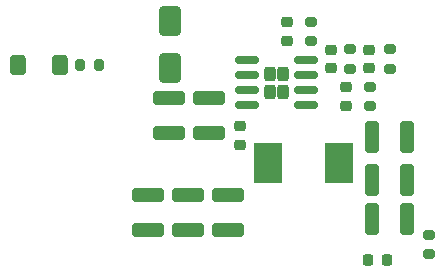
<source format=gbr>
%TF.GenerationSoftware,KiCad,Pcbnew,(7.0.0)*%
%TF.CreationDate,2023-06-19T20:16:09-07:00*%
%TF.ProjectId,main_board,6d61696e-5f62-46f6-9172-642e6b696361,B*%
%TF.SameCoordinates,Original*%
%TF.FileFunction,Paste,Bot*%
%TF.FilePolarity,Positive*%
%FSLAX46Y46*%
G04 Gerber Fmt 4.6, Leading zero omitted, Abs format (unit mm)*
G04 Created by KiCad (PCBNEW (7.0.0)) date 2023-06-19 20:16:09*
%MOMM*%
%LPD*%
G01*
G04 APERTURE LIST*
G04 Aperture macros list*
%AMRoundRect*
0 Rectangle with rounded corners*
0 $1 Rounding radius*
0 $2 $3 $4 $5 $6 $7 $8 $9 X,Y pos of 4 corners*
0 Add a 4 corners polygon primitive as box body*
4,1,4,$2,$3,$4,$5,$6,$7,$8,$9,$2,$3,0*
0 Add four circle primitives for the rounded corners*
1,1,$1+$1,$2,$3*
1,1,$1+$1,$4,$5*
1,1,$1+$1,$6,$7*
1,1,$1+$1,$8,$9*
0 Add four rect primitives between the rounded corners*
20,1,$1+$1,$2,$3,$4,$5,0*
20,1,$1+$1,$4,$5,$6,$7,0*
20,1,$1+$1,$6,$7,$8,$9,0*
20,1,$1+$1,$8,$9,$2,$3,0*%
G04 Aperture macros list end*
%ADD10RoundRect,0.250000X-0.325000X-1.100000X0.325000X-1.100000X0.325000X1.100000X-0.325000X1.100000X0*%
%ADD11RoundRect,0.200000X0.275000X-0.200000X0.275000X0.200000X-0.275000X0.200000X-0.275000X-0.200000X0*%
%ADD12RoundRect,0.250000X-1.100000X0.325000X-1.100000X-0.325000X1.100000X-0.325000X1.100000X0.325000X0*%
%ADD13RoundRect,0.250000X-0.400000X-0.600000X0.400000X-0.600000X0.400000X0.600000X-0.400000X0.600000X0*%
%ADD14R,2.350000X3.500000*%
%ADD15RoundRect,0.250000X1.100000X-0.325000X1.100000X0.325000X-1.100000X0.325000X-1.100000X-0.325000X0*%
%ADD16RoundRect,0.225000X-0.250000X0.225000X-0.250000X-0.225000X0.250000X-0.225000X0.250000X0.225000X0*%
%ADD17RoundRect,0.200000X-0.200000X-0.275000X0.200000X-0.275000X0.200000X0.275000X-0.200000X0.275000X0*%
%ADD18RoundRect,0.218750X0.218750X0.256250X-0.218750X0.256250X-0.218750X-0.256250X0.218750X-0.256250X0*%
%ADD19RoundRect,0.250000X-0.650000X1.000000X-0.650000X-1.000000X0.650000X-1.000000X0.650000X1.000000X0*%
%ADD20RoundRect,0.225000X0.250000X-0.225000X0.250000X0.225000X-0.250000X0.225000X-0.250000X-0.225000X0*%
%ADD21RoundRect,0.240000X-0.240000X-0.385000X0.240000X-0.385000X0.240000X0.385000X-0.240000X0.385000X0*%
%ADD22RoundRect,0.150000X-0.825000X-0.150000X0.825000X-0.150000X0.825000X0.150000X-0.825000X0.150000X0*%
G04 APERTURE END LIST*
D10*
%TO.C,C6*%
X125235106Y-63560091D03*
X128185106Y-63560091D03*
%TD*%
D11*
%TO.C,R2*%
X125010106Y-60985091D03*
X125010106Y-59335091D03*
%TD*%
D12*
%TO.C,C7*%
X111410106Y-60285091D03*
X111410106Y-63235091D03*
%TD*%
D11*
%TO.C,R7*%
X130000000Y-73500000D03*
X130000000Y-71850000D03*
%TD*%
%TO.C,R1*%
X123340000Y-57810091D03*
X123340000Y-56160091D03*
%TD*%
%TO.C,R3*%
X126685106Y-57825000D03*
X126685106Y-56175000D03*
%TD*%
D13*
%TO.C,D1*%
X95250000Y-57500000D03*
X98750000Y-57500000D03*
%TD*%
D14*
%TO.C,L1*%
X116385105Y-65760090D03*
X122435105Y-65760090D03*
%TD*%
D15*
%TO.C,C12*%
X109600000Y-71475000D03*
X109600000Y-68525000D03*
%TD*%
D11*
%TO.C,R4*%
X120039999Y-55475000D03*
X120039999Y-53825000D03*
%TD*%
D10*
%TO.C,C9*%
X125235104Y-67260090D03*
X128185104Y-67260090D03*
%TD*%
D16*
%TO.C,C4*%
X118000000Y-53874999D03*
X118000000Y-55424999D03*
%TD*%
D12*
%TO.C,C1*%
X108010106Y-60285091D03*
X108010106Y-63235091D03*
%TD*%
D17*
%TO.C,R5*%
X100475000Y-57500000D03*
X102125000Y-57500000D03*
%TD*%
D12*
%TO.C,C11*%
X113000000Y-68525000D03*
X113000000Y-71475000D03*
%TD*%
D18*
%TO.C,D3*%
X126459999Y-74000000D03*
X124884999Y-74000000D03*
%TD*%
D19*
%TO.C,D2*%
X108110106Y-53760091D03*
X108110106Y-57760091D03*
%TD*%
D20*
%TO.C,C10*%
X123010104Y-60935089D03*
X123010104Y-59385089D03*
%TD*%
D15*
%TO.C,C13*%
X106200000Y-71475000D03*
X106200000Y-68525000D03*
%TD*%
D10*
%TO.C,C8*%
X125235106Y-70560091D03*
X128185106Y-70560091D03*
%TD*%
D21*
%TO.C,U1*%
X116540000Y-58250000D03*
X116540000Y-59750000D03*
X117680000Y-58250000D03*
X117680000Y-59750000D03*
D22*
X114635000Y-60905000D03*
X114635000Y-59635000D03*
X114635000Y-58365000D03*
X114635000Y-57095000D03*
X119585000Y-57095000D03*
X119585000Y-58365000D03*
X119585000Y-59635000D03*
X119585000Y-60905000D03*
%TD*%
D20*
%TO.C,C5*%
X121740000Y-57760091D03*
X121740000Y-56210091D03*
%TD*%
D16*
%TO.C,C3*%
X114010106Y-62685091D03*
X114010106Y-64235091D03*
%TD*%
D20*
%TO.C,C2*%
X124939999Y-57760091D03*
X124939999Y-56210091D03*
%TD*%
M02*

</source>
